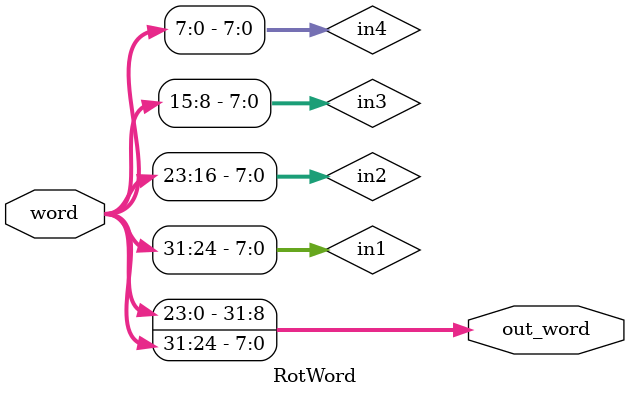
<source format=v>
module RotWord(word, out_word);
    input [31:0] word;
    output [31:0] out_word;
    wire [7:0] in1, in2, in3, in4;

    assign in1 = word[31:24];
    assign in2 = word[23:16];
    assign in3 = word[15:8];
    assign in4 = word[7:0];
    
    assign out_word = {in2, in3, in4, in1};
endmodule
</source>
